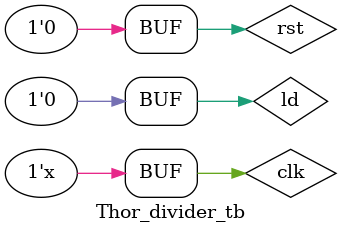
<source format=v>
module Thor_divider(rst, clk, ld, sgn, isDivi, a, b, imm, qo, ro, dvByZr, done);
parameter WID=64;
parameter DIV=3'd3;
parameter IDLE=3'd4;
parameter DONE=3'd5;
input clk;
input rst;
input ld;
input sgn;
input isDivi;
input [WID-1:0] a;
input [WID-1:0] b;
input [WID-1:0] imm;
output [WID-1:0] qo;
reg [WID-1:0] qo;
output [WID-1:0] ro;
reg [WID-1:0] ro;
output done;
output dvByZr;
reg dvByZr;

reg [WID-1:0] aa,bb;
reg so;
reg [2:0] state;
reg [7:0] cnt;
wire cnt_done = cnt==8'd0;
assign done = state==DONE;
reg ce1;
reg [WID-1:0] q;
reg [WID:0] r;
wire b0 = bb <= r;
wire [WID-1:0] r1 = b0 ? r - bb : r;

initial begin
    q = 64'd0;
    r = 64'd0;
    qo = 64'd0;
    ro = 64'd0;
end

always @(posedge clk)
if (rst) begin
	aa <= {WID{1'b0}};
	bb <= {WID{1'b0}};
	q <= {WID{1'b0}};
	r <= {WID{1'b0}};
	qo <= {WID{1'b0}};
	ro <= {WID{1'b0}};
	cnt <= 8'd0;
	state <= IDLE;
end
else
begin
if (!cnt_done)
	cnt <= cnt - 8'd1;

case(state)
IDLE:
	if (ld) begin
		if (sgn) begin
			q <= a[WID-1] ? -a : a;
			bb <= isDivi ? (imm[WID-1] ? -imm : imm) :(b[WID-1] ? -b : b);
			so <= isDivi ? a[WID-1] ^ imm[WID-1] : a[WID-1] ^ b[WID-1];
		end
		else begin
			q <= a;
			bb <= isDivi ? imm : b;
			so <= 1'b0;
			$display("bb=%d", isDivi ? imm : b);
		end
		dvByZr <= isDivi ? imm=={WID{1'b0}} : b=={WID{1'b0}};
		r <= {WID{1'b0}};
		cnt <= WID+1;
		state <= DIV;
	end
DIV:
	if (!cnt_done) begin
		$display("cnt:%d r1=%h q[63:0]=%h", cnt,r1,q);
		q <= {q[WID-2:0],b0};
		r <= {r1,q[WID-1]};
	end
	else begin
		$display("cnt:%d r1=%h q[63:0]=%h", cnt,r1,q);
		if (sgn) begin
			if (so) begin
				qo <= -q;
				ro <= -r[WID:1];
			end
			else begin
				qo <= q;
				ro <= r[WID:1];
			end
		end
		else begin
			qo <= q;
			ro <= r[WID:1];
		end
		state <= DONE;
	end
DONE:
	state <= IDLE;
endcase
end

endmodule

module Thor_divider_tb();
parameter WID=64;
reg rst;
reg clk;
reg ld;
wire done;
wire [WID-1:0] qo,ro;

initial begin
	clk = 1;
	rst = 0;
	#100 rst = 1;
	#100 rst = 0;
	#100 ld = 1;
	#150 ld = 0;
end

always #10 clk = ~clk;	//  50 MHz


Thor_divider #(WID) u1
(
	.rst(rst),
	.clk(clk),
	.ld(ld),
	.sgn(1'b1),
	.isDivi(1'b0),
	.a(64'd10005),
	.b(64'd27),
	.imm(64'd123),
	.qo(qo),
	.ro(ro),
	.dvByZr(),
	.done(done)
);

endmodule


</source>
